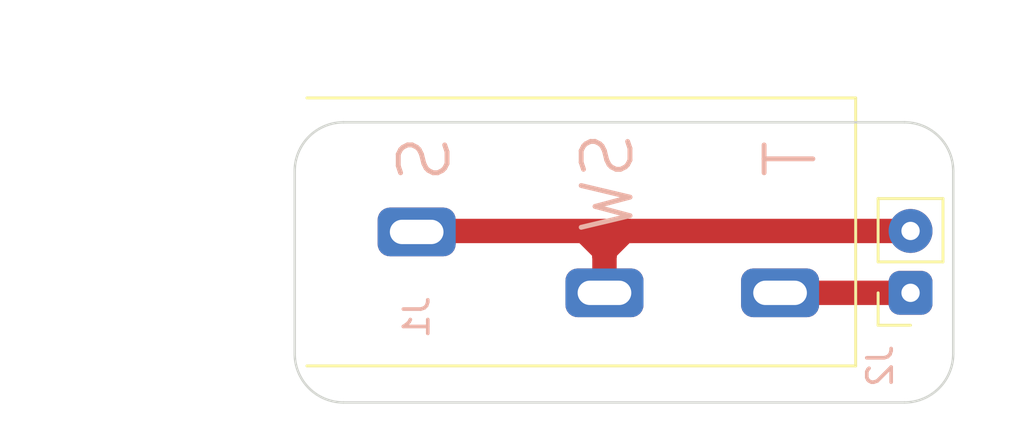
<source format=kicad_pcb>
(kicad_pcb (version 20221018) (generator pcbnew)
  (layers (0 "F.Cu" signal) (31 "B.Cu" signal) (34 "B.Paste" user) (35 "F.Paste" user) (36 "B.SilkS" user "B.Silkscreen") (37 "F.SilkS" user "F.Silkscreen") (38 "B.Mask" user) (39 "F.Mask" user) (44 "Edge.Cuts" user))
  (net 0 "")
  (net 1 "GND")
  (net 2 "Net-(J1-T)")
  (footprint "connectors_headers:PinSocket_1x02_P2.54mm_Vert_Machine_Pin" (layer "F.Cu") (at 135.25 92.5 180)
    (fp_text reference "J2" (at 1.25 -3 90) (layer "B.SilkS") (effects (justify mirror)))
    (fp_text value "Conn_01x02")
    (fp_line (start -1.33 1.27) (end -1.33 3.87) (stroke (width 0.12)) (layer "F.SilkS"))
    (fp_line (start -1.33 1.27) (end 1.33 1.27) (stroke (width 0.12)) (layer "F.SilkS"))
    (fp_line (start -1.33 3.87) (end 1.33 3.87) (stroke (width 0.12)) (layer "F.SilkS"))
    (fp_line (start 0 -1.33) (end 1.33 -1.33) (stroke (width 0.12)) (layer "F.SilkS"))
    (fp_line (start 1.33 -1.33) (end 1.33 0) (stroke (width 0.12)) (layer "F.SilkS"))
    (fp_line (start 1.33 1.27) (end 1.33 3.87) (stroke (width 0.12)) (layer "F.SilkS"))
    (pad "1" thru_hole roundrect (at 0 0 180) (size 1.8 1.8) (drill 0.75) (layers "*.Cu" "*.Mask") (net 2 "Net-(J1-T)"))
    (pad "2" thru_hole oval (at 0 2.54 180) (size 1.8 1.8) (drill 0.75) (layers "*.Cu" "*.Mask") (net 1 "GND"))
  )
  (footprint "connectors:CUI_MJ-63022B" (layer "F.Cu") (at 107.5 90)
    (fp_text reference "J1" (at 7.5 3.5 90 unlocked) (layer "B.SilkS") (effects (justify mirror)))
    (fp_text value "AudioJack2_SwitchT")
    (fp_text user "S" (at 9 -3 90 unlocked) (layer "B.SilkS") (effects (font (size 2 2) (thickness 0.2)) (justify bottom mirror)))
    (fp_text user "SW" (at 16.5 -2 90 unlocked) (layer "B.SilkS") (effects (font (size 2 2) (thickness 0.2)) (justify bottom mirror)))
    (fp_text user "T" (at 24 -3 90 unlocked) (layer "B.SilkS") (effects (font (size 2 2) (thickness 0.2)) (justify bottom mirror)))
    (fp_line (start 3 -5.5) (end 25.5 -5.5) (stroke (width 0.12)) (layer "F.SilkS"))
    (fp_line (start 25.5 -5.5) (end 25.5 5.5) (stroke (width 0.12)) (layer "F.SilkS"))
    (fp_line (start 25.5 5.5) (end 3 5.5) (stroke (width 0.12)) (layer "F.SilkS"))
    (pad "1" thru_hole roundrect (at 7.5 0) (size 3.2 2) (drill oval 2.2 1) (layers "*.Cu" "*.Mask") (net 1 "GND"))
    (pad "2" thru_hole roundrect (at 22.4 2.5) (size 3.2 2) (drill oval 2.2 1) (layers "*.Cu" "*.Mask") (net 2 "Net-(J1-T)"))
    (pad "3" thru_hole roundrect (at 15.2 2.5) (size 3.2 2) (drill oval 2.2 1) (layers "*.Cu" "*.Mask") (net 1 "GND"))
  )
  (gr_arc (start 134.999999 85.500001) (mid 136.414213 86.085787) (end 136.999999 87.500001) (stroke (width 0.1)) (layer "Edge.Cuts"))
  (gr_line (start 137 87.5) (end 137 95) (stroke (width 0.1)) (layer "Edge.Cuts"))
  (gr_line (start 112 85.5) (end 135 85.5) (stroke (width 0.1)) (layer "Edge.Cuts"))
  (gr_arc (start 136.999999 94.999999) (mid 136.414213 96.414213) (end 134.999999 96.999999) (stroke (width 0.1)) (layer "Edge.Cuts"))
  (gr_arc (start 110 87.5) (mid 110.585786 86.085786) (end 112 85.5) (stroke (width 0.1)) (layer "Edge.Cuts"))
  (gr_line (start 110 95) (end 110 87.5) (stroke (width 0.1)) (layer "Edge.Cuts"))
  (gr_line (start 135 97) (end 112 97) (stroke (width 0.1)) (layer "Edge.Cuts"))
  (gr_arc (start 112.000001 96.999999) (mid 110.585787 96.414213) (end 110.000001 94.999999) (stroke (width 0.1)) (layer "Edge.Cuts"))
  (segment (start 122.75 89.96) (end 122 89.96) (width 1) (layer "F.Cu") (net 1))
  (segment (start 122 89.96) (end 115.04 89.96) (width 1) (layer "F.Cu") (net 1))
  (segment (start 115.04 89.96) (end 115 90) (width 0.25) (layer "F.Cu") (net 1))
  (segment (start 122.7 90.01) (end 122.75 89.96) (width 0.25) (layer "F.Cu") (net 1))
  (segment (start 123.52 89.96) (end 122.7 90.78) (width 1) (layer "F.Cu") (net 1))
  (segment (start 122 89.96) (end 122 90.08) (width 1) (layer "F.Cu") (net 1))
  (segment (start 122.7 92.5) (end 122.7 91) (width 1) (layer "F.Cu") (net 1))
  (segment (start 122 90.08) (end 122.7 90.78) (width 1) (layer "F.Cu") (net 1))
  (segment (start 122.7 91) (end 122.7 90.95) (width 1) (layer "F.Cu") (net 1))
  (segment (start 122.7 91) (end 122.7 90.78) (width 1) (layer "F.Cu") (net 1))
  (segment (start 123.75 89.96) (end 122.75 89.96) (width 1) (layer "F.Cu") (net 1))
  (segment (start 122.7 91) (end 122.7 90.01) (width 1) (layer "F.Cu") (net 1))
  (segment (start 135.25 89.96) (end 123.75 89.96) (width 1) (layer "F.Cu") (net 1))
  (segment (start 123.75 89.96) (end 123.52 89.96) (width 1) (layer "F.Cu") (net 1))
  (segment (start 129.9 92.5) (end 135.25 92.5) (width 1) (layer "F.Cu") (net 2))
)
</source>
